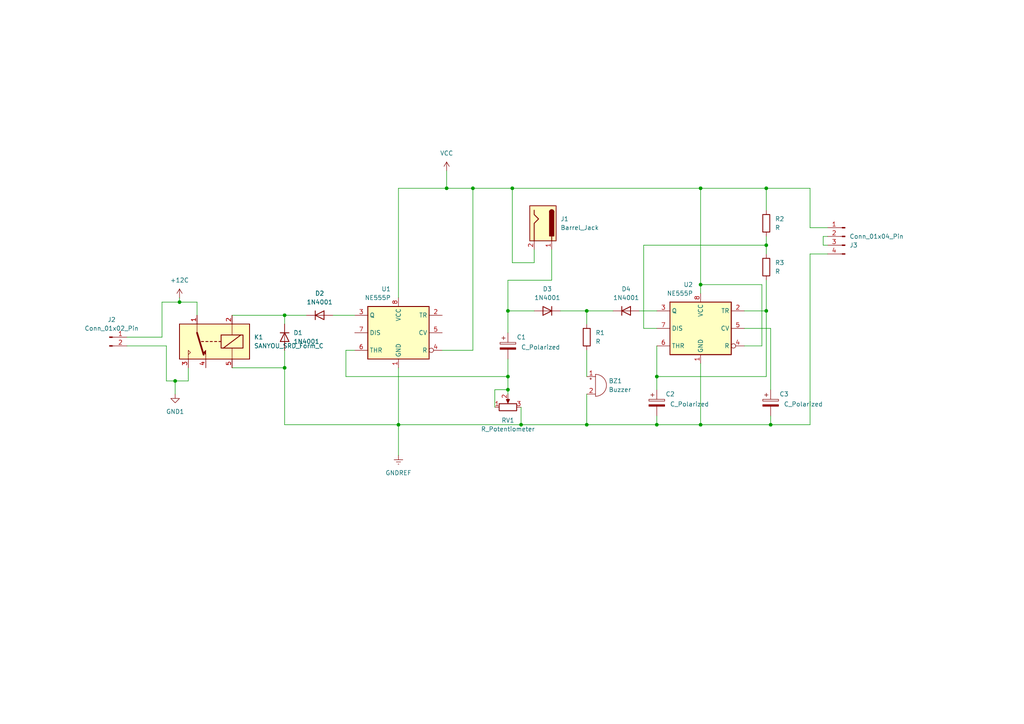
<source format=kicad_sch>
(kicad_sch (version 20230121) (generator eeschema)
  (paper "A4")
  (lib_symbols
    (symbol "Connector:Barrel_Jack" (pin_names (offset 1.016))
      (property "Reference" "J" (at 0 5.334 0))
      (property "Value" "Barrel_Jack" (at 0 -5.08 0))
      (symbol "Barrel_Jack_0_1"
        (rectangle (start -5.08 3.81) (end 5.08 -3.81) (stroke (width 0.254)) (fill (type background)))
        (arc (start -3.302 3.175) (mid -3.9343 2.54) (end -3.302 1.905) (stroke (width 0.254)))
        (arc (start -3.302 3.175) (mid -3.9343 2.54) (end -3.302 1.905) (stroke (width 0.254)) (fill (type outline)))
        (polyline (pts (xy 5.08 2.54) (xy 3.81 2.54)) (stroke (width 0.254)))
        (polyline (pts (xy -3.81 -2.54) (xy -2.54 -2.54) (xy -1.27 -1.27) (xy 0 -2.54) (xy 2.54 -2.54) (xy 5.08 -2.54)) (stroke (width 0.254)))
        (rectangle (start 3.683 3.175) (end -3.302 1.905) (stroke (width 0.254)) (fill (type outline)))
      )
      (symbol "Barrel_Jack_1_1"
        (pin passive line (at 7.62 2.54 180) (length 2.54) (name "~") (number "1"))
        (pin passive line (at 7.62 -2.54 180) (length 2.54) (name "~") (number "2"))
      )
    )
    (symbol "Connector:Conn_01x02_Pin" (pin_names (offset 1.016) hide)
      (property "Reference" "J" (at 0 2.54 0))
      (property "Value" "Conn_01x02_Pin" (at 0 -5.08 0))
      (symbol "Conn_01x02_Pin_1_1"
        (polyline (pts (xy 1.27 -2.54) (xy 0.8636 -2.54)) (stroke (width 0.1524)))
        (polyline (pts (xy 1.27 0) (xy 0.8636 0)) (stroke (width 0.1524)))
        (rectangle (start 0.8636 -2.413) (end 0 -2.667) (stroke (width 0.1524)) (fill (type outline)))
        (rectangle (start 0.8636 0.127) (end 0 -0.127) (stroke (width 0.1524)) (fill (type outline)))
        (pin passive line (at 5.08 0 180) (length 3.81) (name "Pin_1") (number "1"))
        (pin passive line (at 5.08 -2.54 180) (length 3.81) (name "Pin_2") (number "2"))
      )
    )
    (symbol "Connector:Conn_01x04_Pin" (pin_names (offset 1.016) hide)
      (property "Reference" "J" (at 0 5.08 0))
      (property "Value" "Conn_01x04_Pin" (at 0 -7.62 0))
      (symbol "Conn_01x04_Pin_1_1"
        (polyline (pts (xy 1.27 -5.08) (xy 0.8636 -5.08)) (stroke (width 0.1524)))
        (polyline (pts (xy 1.27 -2.54) (xy 0.8636 -2.54)) (stroke (width 0.1524)))
        (polyline (pts (xy 1.27 0) (xy 0.8636 0)) (stroke (width 0.1524)))
        (polyline (pts (xy 1.27 2.54) (xy 0.8636 2.54)) (stroke (width 0.1524)))
        (rectangle (start 0.8636 -4.953) (end 0 -5.207) (stroke (width 0.1524)) (fill (type outline)))
        (rectangle (start 0.8636 -2.413) (end 0 -2.667) (stroke (width 0.1524)) (fill (type outline)))
        (rectangle (start 0.8636 0.127) (end 0 -0.127) (stroke (width 0.1524)) (fill (type outline)))
        (rectangle (start 0.8636 2.667) (end 0 2.413) (stroke (width 0.1524)) (fill (type outline)))
        (pin passive line (at 5.08 2.54 180) (length 3.81) (name "Pin_1") (number "1"))
        (pin passive line (at 5.08 0 180) (length 3.81) (name "Pin_2") (number "2"))
        (pin passive line (at 5.08 -2.54 180) (length 3.81) (name "Pin_3") (number "3"))
        (pin passive line (at 5.08 -5.08 180) (length 3.81) (name "Pin_4") (number "4"))
      )
    )
    (symbol "Device:Buzzer" (pin_names (offset 0.0254) hide)
      (property "Reference" "BZ" (at 3.81 1.27 0))
      (property "Value" "Buzzer" (at 3.81 -1.27 0))
      (symbol "Buzzer_0_1"
        (arc (start 0 -3.175) (mid 3.1612 0) (end 0 3.175))
        (polyline (pts (xy -1.651 1.905) (xy -1.143 1.905)))
        (polyline (pts (xy -1.397 2.159) (xy -1.397 1.651)))
        (polyline (pts (xy 0 3.175) (xy 0 -3.175)))
      )
      (symbol "Buzzer_1_1"
        (pin passive line (at -2.54 2.54 0) (length 2.54) (name "-") (number "1"))
        (pin passive line (at -2.54 -2.54 0) (length 2.54) (name "+") (number "2"))
      )
    )
    (symbol "Device:C_Polarized" (pin_numbers hide) (pin_names (offset 0.254))
      (property "Reference" "C" (at 0.635 2.54 0))
      (property "Value" "C_Polarized" (at 0.635 -2.54 0))
      (symbol "C_Polarized_0_1"
        (rectangle (start -2.286 0.508) (end 2.286 1.016))
        (polyline (pts (xy -1.778 2.286) (xy -0.762 2.286)))
        (polyline (pts (xy -1.27 2.794) (xy -1.27 1.778)))
        (rectangle (start 2.286 -0.508) (end -2.286 -1.016) (fill (type outline)))
      )
      (symbol "C_Polarized_1_1"
        (pin passive line (at 0 3.81 270) (length 2.794) (name "~") (number "1"))
        (pin passive line (at 0 -3.81 90) (length 2.794) (name "~") (number "2"))
      )
    )
    (symbol "Device:R" (pin_numbers hide) (pin_names (offset 0))
      (property "Reference" "R" (at 2.032 0 90))
      (property "Value" "R" (at 0 0 90))
      (symbol "R_0_1"
        (rectangle (start -1.016 -2.54) (end 1.016 2.54) (stroke (width 0.254)))
      )
      (symbol "R_1_1"
        (pin passive line (at 0 3.81 270) (length 1.27) (name "~") (number "1"))
        (pin passive line (at 0 -3.81 90) (length 1.27) (name "~") (number "2"))
      )
    )
    (symbol "Device:R_Potentiometer" (pin_names (offset 1.016) hide)
      (property "Reference" "RV" (at -4.445 0 90))
      (property "Value" "R_Potentiometer" (at -2.54 0 90))
      (symbol "R_Potentiometer_0_1"
        (polyline (pts (xy 2.54 0) (xy 1.524 0)))
        (polyline (pts (xy 1.143 0) (xy 2.286 0.508) (xy 2.286 -0.508) (xy 1.143 0)) (fill (type outline)))
        (rectangle (start 1.016 2.54) (end -1.016 -2.54) (stroke (width 0.254)))
      )
      (symbol "R_Potentiometer_1_1"
        (pin passive line (at 0 3.81 270) (length 1.27) (name "1") (number "1"))
        (pin passive line (at 3.81 0 180) (length 1.27) (name "2") (number "2"))
        (pin passive line (at 0 -3.81 90) (length 1.27) (name "3") (number "3"))
      )
    )
    (symbol "Diode:1N4001" (pin_numbers hide) (pin_names hide)
      (property "Reference" "D" (at 0 2.54 0))
      (property "Value" "1N4001" (at 0 -2.54 0))
      (symbol "1N4001_0_1"
        (polyline (pts (xy -1.27 1.27) (xy -1.27 -1.27)) (stroke (width 0.254)))
        (polyline (pts (xy 1.27 0) (xy -1.27 0)))
        (polyline (pts (xy 1.27 1.27) (xy 1.27 -1.27) (xy -1.27 0) (xy 1.27 1.27)) (stroke (width 0.254)))
      )
      (symbol "1N4001_1_1"
        (pin passive line (at -3.81 0 0) (length 2.54) (name "K") (number "1"))
        (pin passive line (at 3.81 0 180) (length 2.54) (name "A") (number "2"))
      )
    )
    (symbol "Relay:SANYOU_SRD_Form_C"
      (property "Reference" "K" (at 11.43 3.81 0))
      (property "Value" "SANYOU_SRD_Form_C" (at 11.43 1.27 0))
      (symbol "SANYOU_SRD_Form_C_0_0"
        (polyline (pts (xy 7.62 5.08) (xy 7.62 2.54) (xy 6.985 3.175) (xy 7.62 3.81)))
      )
      (symbol "SANYOU_SRD_Form_C_0_1"
        (rectangle (start -10.16 5.08) (end 10.16 -5.08) (stroke (width 0.254)) (fill (type background)))
        (rectangle (start -8.255 1.905) (end -1.905 -1.905) (stroke (width 0.254)))
        (polyline (pts (xy -7.62 -1.905) (xy -2.54 1.905)) (stroke (width 0.254)))
        (polyline (pts (xy -5.08 -5.08) (xy -5.08 -1.905)))
        (polyline (pts (xy -5.08 5.08) (xy -5.08 1.905)))
        (polyline (pts (xy -1.905 0) (xy -1.27 0)) (stroke (width 0.254)))
        (polyline (pts (xy -0.635 0) (xy 0 0)) (stroke (width 0.254)))
        (polyline (pts (xy 0.635 0) (xy 1.27 0)) (stroke (width 0.254)))
        (polyline (pts (xy 1.905 0) (xy 2.54 0)) (stroke (width 0.254)))
        (polyline (pts (xy 3.175 0) (xy 3.81 0)) (stroke (width 0.254)))
        (polyline (pts (xy 5.08 -2.54) (xy 3.175 3.81)) (stroke (width 0.508)))
        (polyline (pts (xy 5.08 -2.54) (xy 5.08 -5.08)))
      )
      (symbol "SANYOU_SRD_Form_C_1_1"
        (polyline (pts (xy 2.54 3.81) (xy 3.175 3.175) (xy 2.54 2.54) (xy 2.54 5.08)) (fill (type outline)))
        (pin passive line (at 5.08 -7.62 90) (length 2.54) (name "~") (number "1"))
        (pin passive line (at -5.08 -7.62 90) (length 2.54) (name "~") (number "2"))
        (pin passive line (at 7.62 7.62 270) (length 2.54) (name "~") (number "3"))
        (pin passive line (at 2.54 7.62 270) (length 2.54) (name "~") (number "4"))
        (pin passive line (at -5.08 7.62 270) (length 2.54) (name "~") (number "5"))
      )
    )
    (symbol "Timer:NE555P"
      (property "Reference" "U" (at -10.16 8.89 0))
      (property "Value" "NE555P" (at 2.54 8.89 0))
      (symbol "NE555P_0_0"
        (pin power_in line (at 0 -10.16 90) (length 2.54) (name "GND") (number "1"))
        (pin power_in line (at 0 10.16 270) (length 2.54) (name "VCC") (number "8"))
      )
      (symbol "NE555P_0_1"
        (rectangle (start -8.89 -7.62) (end 8.89 7.62) (stroke (width 0.254)) (fill (type background)))
        (rectangle (start -8.89 -7.62) (end 8.89 7.62) (stroke (width 0.254)) (fill (type background)))
      )
      (symbol "NE555P_1_1"
        (pin input line (at -12.7 5.08 0) (length 3.81) (name "TR") (number "2"))
        (pin output line (at 12.7 5.08 180) (length 3.81) (name "Q") (number "3"))
        (pin input inverted (at -12.7 -5.08 0) (length 3.81) (name "R") (number "4"))
        (pin input line (at -12.7 0 0) (length 3.81) (name "CV") (number "5"))
        (pin input line (at 12.7 -5.08 180) (length 3.81) (name "THR") (number "6"))
        (pin input line (at 12.7 0 180) (length 3.81) (name "DIS") (number "7"))
      )
    )
    (symbol "power:+12C" (power) (pin_names (offset 0))
      (property "Value" "+12C" (at 0 3.81 0))
      (symbol "+12C_0_1"
        (polyline (pts (xy -0.762 1.27) (xy 0 2.54)))
        (polyline (pts (xy 0 0) (xy 0 2.54)))
        (polyline (pts (xy 0 2.54) (xy 0.762 1.27)))
      )
      (symbol "+12C_1_1"
        (pin power_in line (at 0 0 90) (length 0) hide (name "+12C") (number "1"))
      )
    )
    (symbol "power:GND1" (power) (pin_names (offset 0))
      (property "Value" "GND1" (at 0 -3.81 0))
      (symbol "GND1_0_1"
        (polyline (pts (xy 0 0) (xy 0 -1.27) (xy 1.27 -1.27) (xy 0 -2.54) (xy -1.27 -1.27) (xy 0 -1.27)))
      )
      (symbol "GND1_1_1"
        (pin power_in line (at 0 0 270) (length 0) hide (name "GND1") (number "1"))
      )
    )
    (symbol "power:GNDREF" (power) (pin_names (offset 0))
      (property "Value" "GNDREF" (at 0 -3.81 0))
      (symbol "GNDREF_0_1"
        (polyline (pts (xy -0.635 -1.905) (xy 0.635 -1.905)))
        (polyline (pts (xy -0.127 -2.54) (xy 0.127 -2.54)))
        (polyline (pts (xy 0 -1.27) (xy 0 0)))
        (polyline (pts (xy 1.27 -1.27) (xy -1.27 -1.27)))
      )
      (symbol "GNDREF_1_1"
        (pin power_in line (at 0 0 270) (length 0) hide (name "GNDREF") (number "1"))
      )
    )
    (symbol "power:VCC" (power) (pin_names (offset 0))
      (property "Value" "VCC" (at 0 3.81 0))
      (symbol "VCC_0_1"
        (polyline (pts (xy -0.762 1.27) (xy 0 2.54)))
        (polyline (pts (xy 0 0) (xy 0 2.54)))
        (polyline (pts (xy 0 2.54) (xy 0.762 1.27)))
      )
      (symbol "VCC_1_1"
        (pin power_in line (at 0 0 90) (length 0) hide (name "VCC") (number "1"))
      )
    )
  )
  (junction (at 147.32 109.22))
  (junction (at 50.8 110.49))
  (junction (at 129.54 54.61))
  (junction (at 82.55 106.68))
  (junction (at 52.07 87.63))
  (junction (at 82.55 91.44))
  (junction (at 147.32 113.03))
  (junction (at 115.57 123.19))
  (junction (at 223.52 123.19))
  (junction (at 147.32 90.17))
  (junction (at 148.59 54.61))
  (junction (at 151.13 123.19))
  (junction (at 170.18 123.19))
  (junction (at 222.25 54.61))
  (junction (at 222.25 90.17))
  (junction (at 222.25 71.12))
  (junction (at 190.5 109.22))
  (junction (at 170.18 90.17))
  (junction (at 203.2 123.19))
  (junction (at 203.2 54.61))
  (junction (at 137.16 54.61))
  (junction (at 203.2 82.55))
  (junction (at 190.5 123.19))
  (wire (pts (xy 222.25 90.17) (xy 222.25 109.22)))
  (wire (pts (xy 203.2 82.55) (xy 220.98 82.55)))
  (wire (pts (xy 222.25 60.96) (xy 222.25 54.61)))
  (wire (pts (xy 129.54 49.53) (xy 129.54 54.61)))
  (wire (pts (xy 190.5 120.65) (xy 190.5 123.19)))
  (wire (pts (xy 240.03 71.12) (xy 238.76 71.12)))
  (wire (pts (xy 36.83 97.79) (xy 46.99 97.79)))
  (wire (pts (xy 148.59 54.61) (xy 203.2 54.61)))
  (wire (pts (xy 82.55 91.44) (xy 88.9 91.44)))
  (wire (pts (xy 222.25 109.22) (xy 190.5 109.22)))
  (wire (pts (xy 170.18 90.17) (xy 170.18 93.98)))
  (wire (pts (xy 234.95 123.19) (xy 223.52 123.19)))
  (wire (pts (xy 143.51 113.03) (xy 147.32 113.03)))
  (wire (pts (xy 50.8 110.49) (xy 50.8 114.3)))
  (wire (pts (xy 147.32 81.28) (xy 160.02 81.28)))
  (wire (pts (xy 115.57 123.19) (xy 82.55 123.19)))
  (wire (pts (xy 82.55 101.6) (xy 82.55 106.68)))
  (wire (pts (xy 234.95 73.66) (xy 234.95 123.19)))
  (wire (pts (xy 147.32 81.28) (xy 147.32 90.17)))
  (wire (pts (xy 148.59 76.2) (xy 154.94 76.2)))
  (wire (pts (xy 223.52 120.65) (xy 223.52 123.19)))
  (wire (pts (xy 238.76 71.12) (xy 238.76 68.58)))
  (wire (pts (xy 48.26 110.49) (xy 50.8 110.49)))
  (wire (pts (xy 115.57 86.36) (xy 115.57 54.61)))
  (wire (pts (xy 147.32 90.17) (xy 147.32 96.52)))
  (wire (pts (xy 115.57 54.61) (xy 129.54 54.61)))
  (wire (pts (xy 147.32 104.14) (xy 147.32 109.22)))
  (wire (pts (xy 186.69 95.25) (xy 190.5 95.25)))
  (wire (pts (xy 170.18 114.3) (xy 170.18 123.19)))
  (wire (pts (xy 151.13 118.11) (xy 151.13 123.19)))
  (wire (pts (xy 223.52 95.25) (xy 223.52 113.03)))
  (wire (pts (xy 222.25 81.28) (xy 222.25 90.17)))
  (wire (pts (xy 222.25 54.61) (xy 203.2 54.61)))
  (wire (pts (xy 154.94 76.2) (xy 154.94 72.39)))
  (wire (pts (xy 190.5 100.33) (xy 190.5 109.22)))
  (wire (pts (xy 220.98 100.33) (xy 215.9 100.33)))
  (wire (pts (xy 137.16 54.61) (xy 148.59 54.61)))
  (wire (pts (xy 215.9 95.25) (xy 223.52 95.25)))
  (wire (pts (xy 115.57 106.68) (xy 115.57 123.19)))
  (wire (pts (xy 115.57 123.19) (xy 115.57 132.08)))
  (wire (pts (xy 147.32 90.17) (xy 154.94 90.17)))
  (wire (pts (xy 67.31 91.44) (xy 82.55 91.44)))
  (wire (pts (xy 129.54 54.61) (xy 137.16 54.61)))
  (wire (pts (xy 190.5 123.19) (xy 203.2 123.19)))
  (wire (pts (xy 170.18 101.6) (xy 170.18 109.22)))
  (wire (pts (xy 137.16 101.6) (xy 128.27 101.6)))
  (wire (pts (xy 186.69 71.12) (xy 186.69 95.25)))
  (wire (pts (xy 186.69 71.12) (xy 222.25 71.12)))
  (wire (pts (xy 240.03 73.66) (xy 234.95 73.66)))
  (wire (pts (xy 52.07 87.63) (xy 46.99 87.63)))
  (wire (pts (xy 203.2 82.55) (xy 203.2 85.09)))
  (wire (pts (xy 57.15 87.63) (xy 52.07 87.63)))
  (wire (pts (xy 115.57 123.19) (xy 151.13 123.19)))
  (wire (pts (xy 50.8 110.49) (xy 54.61 110.49)))
  (wire (pts (xy 234.95 54.61) (xy 222.25 54.61)))
  (wire (pts (xy 82.55 91.44) (xy 82.55 93.98)))
  (wire (pts (xy 54.61 110.49) (xy 54.61 106.68)))
  (wire (pts (xy 190.5 109.22) (xy 190.5 113.03)))
  (wire (pts (xy 100.33 101.6) (xy 100.33 109.22)))
  (wire (pts (xy 82.55 123.19) (xy 82.55 106.68)))
  (wire (pts (xy 203.2 105.41) (xy 203.2 123.19)))
  (wire (pts (xy 102.87 101.6) (xy 100.33 101.6)))
  (wire (pts (xy 96.52 91.44) (xy 102.87 91.44)))
  (wire (pts (xy 170.18 123.19) (xy 190.5 123.19)))
  (wire (pts (xy 185.42 90.17) (xy 190.5 90.17)))
  (wire (pts (xy 151.13 123.19) (xy 170.18 123.19)))
  (wire (pts (xy 203.2 54.61) (xy 203.2 82.55)))
  (wire (pts (xy 46.99 87.63) (xy 46.99 97.79)))
  (wire (pts (xy 203.2 123.19) (xy 223.52 123.19)))
  (wire (pts (xy 147.32 113.03) (xy 147.32 114.3)))
  (wire (pts (xy 162.56 90.17) (xy 170.18 90.17)))
  (wire (pts (xy 57.15 87.63) (xy 57.15 91.44)))
  (wire (pts (xy 240.03 66.04) (xy 234.95 66.04)))
  (wire (pts (xy 222.25 71.12) (xy 222.25 73.66)))
  (wire (pts (xy 52.07 86.36) (xy 52.07 87.63)))
  (wire (pts (xy 160.02 72.39) (xy 160.02 81.28)))
  (wire (pts (xy 67.31 106.68) (xy 82.55 106.68)))
  (wire (pts (xy 100.33 109.22) (xy 147.32 109.22)))
  (wire (pts (xy 238.76 68.58) (xy 240.03 68.58)))
  (wire (pts (xy 48.26 100.33) (xy 48.26 110.49)))
  (wire (pts (xy 170.18 90.17) (xy 177.8 90.17)))
  (wire (pts (xy 147.32 109.22) (xy 147.32 113.03)))
  (wire (pts (xy 36.83 100.33) (xy 48.26 100.33)))
  (wire (pts (xy 148.59 54.61) (xy 148.59 76.2)))
  (wire (pts (xy 234.95 66.04) (xy 234.95 54.61)))
  (wire (pts (xy 215.9 90.17) (xy 222.25 90.17)))
  (wire (pts (xy 143.51 118.11) (xy 143.51 113.03)))
  (wire (pts (xy 137.16 54.61) (xy 137.16 101.6)))
  (wire (pts (xy 222.25 68.58) (xy 222.25 71.12)))
  (wire (pts (xy 220.98 82.55) (xy 220.98 100.33)))
  (symbol (lib_id "Device:C_Polarized") (at 223.52 116.84 0) (unit 1)
    (property "Reference" "C3" (at 226.06 114.3 0) (effects (justify left)))
    (property "Value" "C_Polarized" (at 227.33 117.221 0) (effects (justify left)))
    (property "Footprint" "Capacitor_THT:CP_Radial_D5.0mm_P2.50mm" (effects hide))
  )
  (symbol (lib_id "power:GND1") (at 50.8 114.3 0) (unit 1)
    (property "Reference" "#PWR01" (effects hide))
    (property "Value" "GND1" (at 50.8 119.38 0))
  )
  (symbol (lib_id "power:+12C") (at 52.07 86.36 0) (unit 1)
    (property "Reference" "#PWR04" (effects hide))
    (property "Value" "+12C" (at 52.07 81.28 0))
  )
  (symbol (lib_id "Relay:SANYOU_SRD_Form_C") (at 62.23 99.06 180) (unit 1)
    (property "Reference" "K1" (at 73.66 97.79 0) (effects (justify right)))
    (property "Value" "SANYOU_SRD_Form_C" (at 73.66 100.33 0) (effects (justify right)))
    (property "Footprint" "Relay_THT:Relay_SPDT_SANYOU_SRD_Series_Form_C" (effects hide))
    (property "Datasheet" "http://www.sanyourelay.ca/public/products/pdf/SRD.pdf" (effects hide))
  )
  (symbol (lib_id "Diode:1N4001") (at 158.75 90.17 180) (unit 1)
    (property "Reference" "D3" (at 158.75 83.82 0))
    (property "Value" "1N4001" (at 158.75 86.36 0))
    (property "Footprint" "Diode_THT:D_DO-41_SOD81_P7.62mm_Horizontal" (effects hide))
    (property "Datasheet" "http://www.vishay.com/docs/88503/1n4001.pdf" (effects hide))
    (property "Sim.Device" "D" (effects hide))
    (property "Sim.Pins" "1=K 2=A" (effects hide))
  )
  (symbol (lib_id "Diode:1N4001") (at 92.71 91.44 0) (unit 1)
    (property "Reference" "D2" (at 92.71 85.09 0))
    (property "Value" "1N4001" (at 92.71 87.63 0))
    (property "Footprint" "Diode_THT:D_DO-41_SOD81_P7.62mm_Horizontal" (effects hide))
    (property "Datasheet" "http://www.vishay.com/docs/88503/1n4001.pdf" (effects hide))
    (property "Sim.Device" "D" (effects hide))
    (property "Sim.Pins" "1=K 2=A" (effects hide))
  )
  (symbol (lib_id "Device:R") (at 222.25 64.77 0) (unit 1)
    (property "Reference" "R2" (at 224.79 63.5 0) (effects (justify left)))
    (property "Value" "R" (at 224.79 66.04 0) (effects (justify left)))
    (property "Footprint" "Resistor_THT:R_Axial_DIN0207_L6.3mm_D2.5mm_P10.16mm_Horizontal" (effects hide))
  )
  (symbol (lib_id "Connector:Conn_01x04_Pin") (at 245.11 68.58 0) (mirror y) (unit 1)
    (property "Reference" "J3" (at 246.38 71.12 0) (effects (justify right)))
    (property "Value" "Conn_01x04_Pin" (at 246.38 68.58 0) (effects (justify right)))
    (property "Footprint" "Connector_JST:JST_EH_B4B-EH-A_1x04_P2.50mm_Vertical" (effects hide))
  )
  (symbol (lib_id "Diode:1N4001") (at 82.55 97.79 270) (unit 1)
    (property "Reference" "D1" (at 85.09 96.52 90) (effects (justify left)))
    (property "Value" "1N4001" (at 85.09 99.06 90) (effects (justify left)))
    (property "Footprint" "Diode_THT:D_DO-41_SOD81_P7.62mm_Horizontal" (effects hide))
    (property "Datasheet" "http://www.vishay.com/docs/88503/1n4001.pdf" (effects hide))
    (property "Sim.Device" "D" (effects hide))
    (property "Sim.Pins" "1=K 2=A" (effects hide))
  )
  (symbol (lib_id "Timer:NE555P") (at 203.2 95.25 0) (mirror y) (unit 1)
    (property "Reference" "U2" (at 201.0059 82.55 0) (effects (justify left)))
    (property "Value" "NE555P" (at 201.0059 85.09 0) (effects (justify left)))
    (property "Footprint" "Package_DIP:DIP-8_W7.62mm" (effects hide))
    (property "Datasheet" "http://www.ti.com/lit/ds/symlink/ne555.pdf" (effects hide))
  )
  (symbol (lib_id "power:GNDREF") (at 115.57 132.08 0) (unit 1)
    (property "Reference" "#PWR02" (effects hide))
    (property "Value" "GNDREF" (at 115.57 137.16 0))
  )
  (symbol (lib_id "Device:R") (at 170.18 97.79 0) (unit 1)
    (property "Reference" "R1" (at 172.72 96.52 0) (effects (justify left)))
    (property "Value" "R" (at 172.72 99.06 0) (effects (justify left)))
    (property "Footprint" "Resistor_THT:R_Axial_DIN0207_L6.3mm_D2.5mm_P10.16mm_Horizontal" (effects hide))
  )
  (symbol (lib_id "Device:R_Potentiometer") (at 147.32 118.11 90) (unit 1)
    (property "Reference" "RV1" (at 147.32 121.92 90))
    (property "Value" "R_Potentiometer" (at 147.32 124.46 90))
    (property "Footprint" "Potentiometer_THT:Potentiometer_Bourns_3296W_Vertical" (effects hide))
  )
  (symbol (lib_id "Device:Buzzer") (at 172.72 111.76 0) (unit 1)
    (property "Reference" "BZ1" (at 176.53 110.49 0) (effects (justify left)))
    (property "Value" "Buzzer" (at 176.53 113.03 0) (effects (justify left)))
    (property "Footprint" "Buzzer_Beeper:Buzzer_12x9.5RM7.6" (effects hide))
  )
  (symbol (lib_id "Connector:Barrel_Jack") (at 157.48 64.77 270) (unit 1)
    (property "Reference" "J1" (at 162.56 63.5 90) (effects (justify left)))
    (property "Value" "Barrel_Jack" (at 162.56 66.04 90) (effects (justify left)))
    (property "Footprint" "Connector_JST:JST_EH_B2B-EH-A_1x02_P2.50mm_Vertical" (effects hide))
  )
  (symbol (lib_id "Diode:1N4001") (at 181.61 90.17 0) (unit 1)
    (property "Reference" "D4" (at 181.61 83.82 0))
    (property "Value" "1N4001" (at 181.61 86.36 0))
    (property "Footprint" "Diode_THT:D_DO-41_SOD81_P7.62mm_Horizontal" (effects hide))
    (property "Datasheet" "http://www.vishay.com/docs/88503/1n4001.pdf" (effects hide))
    (property "Sim.Device" "D" (effects hide))
    (property "Sim.Pins" "1=K 2=A" (effects hide))
  )
  (symbol (lib_id "power:VCC") (at 129.54 49.53 0) (unit 1)
    (property "Reference" "#PWR03" (effects hide))
    (property "Value" "VCC" (at 129.54 44.45 0))
  )
  (symbol (lib_id "Device:R") (at 222.25 77.47 0) (unit 1)
    (property "Reference" "R3" (at 224.79 76.2 0) (effects (justify left)))
    (property "Value" "R" (at 224.79 78.74 0) (effects (justify left)))
    (property "Footprint" "Resistor_THT:R_Axial_DIN0207_L6.3mm_D2.5mm_P10.16mm_Horizontal" (effects hide))
  )
  (symbol (lib_id "Device:C_Polarized") (at 190.5 116.84 0) (unit 1)
    (property "Reference" "C2" (at 193.04 114.3 0) (effects (justify left)))
    (property "Value" "C_Polarized" (at 194.31 117.221 0) (effects (justify left)))
    (property "Footprint" "Capacitor_THT:CP_Radial_D5.0mm_P2.50mm" (effects hide))
  )
  (symbol (lib_id "Connector:Conn_01x02_Pin") (at 31.75 97.79 0) (unit 1)
    (property "Reference" "J2" (at 32.385 92.71 0))
    (property "Value" "Conn_01x02_Pin" (at 32.385 95.25 0))
    (property "Footprint" "Connector_JST:JST_EH_B2B-EH-A_1x02_P2.50mm_Vertical" (effects hide))
  )
  (symbol (lib_id "Timer:NE555P") (at 115.57 96.52 0) (mirror y) (unit 1)
    (property "Reference" "U1" (at 113.3759 83.82 0) (effects (justify left)))
    (property "Value" "NE555P" (at 113.3759 86.36 0) (effects (justify left)))
    (property "Footprint" "Package_DIP:DIP-8_W7.62mm" (effects hide))
    (property "Datasheet" "http://www.ti.com/lit/ds/symlink/ne555.pdf" (effects hide))
  )
  (symbol (lib_id "Device:C_Polarized") (at 147.32 100.33 0) (unit 1)
    (property "Reference" "C1" (at 149.86 97.79 0) (effects (justify left)))
    (property "Value" "C_Polarized" (at 151.13 100.711 0) (effects (justify left)))
    (property "Footprint" "Capacitor_THT:CP_Radial_D8.0mm_P2.50mm" (effects hide))
  )
)
</source>
